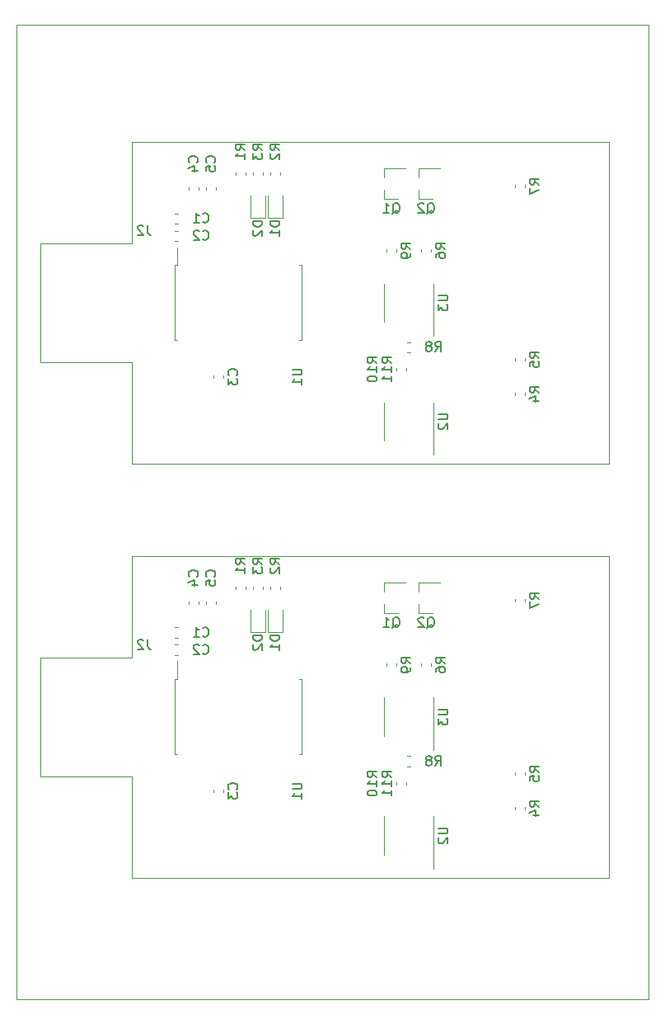
<source format=gbr>
G04 #@! TF.GenerationSoftware,KiCad,Pcbnew,(5.1.5)-3*
G04 #@! TF.CreationDate,2022-04-02T01:18:13+03:00*
G04 #@! TF.ProjectId,USB-UART_PANEL,5553422d-5541-4525-945f-50414e454c2e,rev?*
G04 #@! TF.SameCoordinates,Original*
G04 #@! TF.FileFunction,Legend,Bot*
G04 #@! TF.FilePolarity,Positive*
%FSLAX46Y46*%
G04 Gerber Fmt 4.6, Leading zero omitted, Abs format (unit mm)*
G04 Created by KiCad (PCBNEW (5.1.5)-3) date 2022-04-02 01:18:13*
%MOMM*%
%LPD*%
G04 APERTURE LIST*
%ADD10C,0.050000*%
%ADD11C,0.120000*%
%ADD12C,0.150000*%
G04 APERTURE END LIST*
D10*
X0Y100000000D02*
X0Y0D01*
X65000000Y100000000D02*
X0Y100000000D01*
X65000000Y0D02*
X65000000Y100000000D01*
X0Y0D02*
X65000000Y0D01*
X2500000Y22914000D02*
X2500000Y35106000D01*
X11898000Y22914000D02*
X2500000Y22914000D01*
X11898000Y12500000D02*
X11898000Y22914000D01*
X60920000Y12500000D02*
X11898000Y12500000D01*
X60920000Y45520000D02*
X60920000Y12500000D01*
X11898000Y45520000D02*
X60920000Y45520000D01*
X11898000Y35106000D02*
X11898000Y45520000D01*
X2500000Y35106000D02*
X11898000Y35106000D01*
X2500000Y65414000D02*
X2500000Y77606000D01*
X11898000Y65414000D02*
X2500000Y65414000D01*
X11898000Y55000000D02*
X11898000Y65414000D01*
X60920000Y55000000D02*
X11898000Y55000000D01*
X60920000Y88020000D02*
X60920000Y55000000D01*
X11898000Y88020000D02*
X60920000Y88020000D01*
X11898000Y77606000D02*
X11898000Y88020000D01*
X2500000Y77606000D02*
X11898000Y77606000D01*
D11*
X40094000Y22314779D02*
X40094000Y21989221D01*
X39074000Y22314779D02*
X39074000Y21989221D01*
X38570000Y22314779D02*
X38570000Y21989221D01*
X37550000Y22314779D02*
X37550000Y21989221D01*
X25362000Y42380779D02*
X25362000Y42055221D01*
X24342000Y42380779D02*
X24342000Y42055221D01*
X27140000Y42380779D02*
X27140000Y42055221D01*
X26120000Y42380779D02*
X26120000Y42055221D01*
X24117000Y37685000D02*
X24117000Y39970000D01*
X25587000Y37685000D02*
X24117000Y37685000D01*
X25587000Y39970000D02*
X25587000Y37685000D01*
X25895000Y37685000D02*
X25895000Y39970000D01*
X27365000Y37685000D02*
X25895000Y37685000D01*
X27365000Y39970000D02*
X27365000Y37685000D01*
X42906000Y29010000D02*
X42906000Y25560000D01*
X42906000Y29010000D02*
X42906000Y30960000D01*
X37786000Y29010000D02*
X37786000Y27060000D01*
X37786000Y29010000D02*
X37786000Y30960000D01*
X42906000Y16818000D02*
X42906000Y13368000D01*
X42906000Y16818000D02*
X42906000Y18768000D01*
X37786000Y16818000D02*
X37786000Y14868000D01*
X37786000Y16818000D02*
X37786000Y18768000D01*
X16545000Y32870000D02*
X16545000Y34685000D01*
X16310000Y32870000D02*
X16545000Y32870000D01*
X16310000Y29010000D02*
X16310000Y32870000D01*
X16310000Y25150000D02*
X16545000Y25150000D01*
X16310000Y29010000D02*
X16310000Y25150000D01*
X29330000Y32870000D02*
X29095000Y32870000D01*
X29330000Y29010000D02*
X29330000Y32870000D01*
X29330000Y25150000D02*
X29095000Y25150000D01*
X29330000Y29010000D02*
X29330000Y25150000D01*
X39078000Y34506779D02*
X39078000Y34181221D01*
X38058000Y34506779D02*
X38058000Y34181221D01*
X40508779Y23928000D02*
X40183221Y23928000D01*
X40508779Y24948000D02*
X40183221Y24948000D01*
X51266000Y40785221D02*
X51266000Y41110779D01*
X52286000Y40785221D02*
X52286000Y41110779D01*
X42634000Y34506779D02*
X42634000Y34181221D01*
X41614000Y34506779D02*
X41614000Y34181221D01*
X51266000Y23005221D02*
X51266000Y23330779D01*
X52286000Y23005221D02*
X52286000Y23330779D01*
X52286000Y19774779D02*
X52286000Y19449221D01*
X51266000Y19774779D02*
X51266000Y19449221D01*
X23584000Y42380779D02*
X23584000Y42055221D01*
X22564000Y42380779D02*
X22564000Y42055221D01*
X41364000Y39622000D02*
X42824000Y39622000D01*
X41364000Y42782000D02*
X43524000Y42782000D01*
X41364000Y42782000D02*
X41364000Y41852000D01*
X41364000Y39622000D02*
X41364000Y40552000D01*
X37808000Y39622000D02*
X39268000Y39622000D01*
X37808000Y42782000D02*
X39968000Y42782000D01*
X37808000Y42782000D02*
X37808000Y41852000D01*
X37808000Y39622000D02*
X37808000Y40552000D01*
X19516000Y40531221D02*
X19516000Y40856779D01*
X20536000Y40531221D02*
X20536000Y40856779D01*
X17738000Y40531221D02*
X17738000Y40856779D01*
X18758000Y40531221D02*
X18758000Y40856779D01*
X21298000Y21552779D02*
X21298000Y21227221D01*
X20278000Y21552779D02*
X20278000Y21227221D01*
X16307221Y36378000D02*
X16632779Y36378000D01*
X16307221Y35358000D02*
X16632779Y35358000D01*
X16307221Y38156000D02*
X16632779Y38156000D01*
X16307221Y37136000D02*
X16632779Y37136000D01*
X40094000Y64814779D02*
X40094000Y64489221D01*
X39074000Y64814779D02*
X39074000Y64489221D01*
X38570000Y64814779D02*
X38570000Y64489221D01*
X37550000Y64814779D02*
X37550000Y64489221D01*
X25362000Y84880779D02*
X25362000Y84555221D01*
X24342000Y84880779D02*
X24342000Y84555221D01*
X27140000Y84880779D02*
X27140000Y84555221D01*
X26120000Y84880779D02*
X26120000Y84555221D01*
X24117000Y80185000D02*
X24117000Y82470000D01*
X25587000Y80185000D02*
X24117000Y80185000D01*
X25587000Y82470000D02*
X25587000Y80185000D01*
X25895000Y80185000D02*
X25895000Y82470000D01*
X27365000Y80185000D02*
X25895000Y80185000D01*
X27365000Y82470000D02*
X27365000Y80185000D01*
X42906000Y71510000D02*
X42906000Y68060000D01*
X42906000Y71510000D02*
X42906000Y73460000D01*
X37786000Y71510000D02*
X37786000Y69560000D01*
X37786000Y71510000D02*
X37786000Y73460000D01*
X42906000Y59318000D02*
X42906000Y55868000D01*
X42906000Y59318000D02*
X42906000Y61268000D01*
X37786000Y59318000D02*
X37786000Y57368000D01*
X37786000Y59318000D02*
X37786000Y61268000D01*
X16545000Y75370000D02*
X16545000Y77185000D01*
X16310000Y75370000D02*
X16545000Y75370000D01*
X16310000Y71510000D02*
X16310000Y75370000D01*
X16310000Y67650000D02*
X16545000Y67650000D01*
X16310000Y71510000D02*
X16310000Y67650000D01*
X29330000Y75370000D02*
X29095000Y75370000D01*
X29330000Y71510000D02*
X29330000Y75370000D01*
X29330000Y67650000D02*
X29095000Y67650000D01*
X29330000Y71510000D02*
X29330000Y67650000D01*
X39078000Y77006779D02*
X39078000Y76681221D01*
X38058000Y77006779D02*
X38058000Y76681221D01*
X40508779Y66428000D02*
X40183221Y66428000D01*
X40508779Y67448000D02*
X40183221Y67448000D01*
X51266000Y83285221D02*
X51266000Y83610779D01*
X52286000Y83285221D02*
X52286000Y83610779D01*
X42634000Y77006779D02*
X42634000Y76681221D01*
X41614000Y77006779D02*
X41614000Y76681221D01*
X51266000Y65505221D02*
X51266000Y65830779D01*
X52286000Y65505221D02*
X52286000Y65830779D01*
X52286000Y62274779D02*
X52286000Y61949221D01*
X51266000Y62274779D02*
X51266000Y61949221D01*
X23584000Y84880779D02*
X23584000Y84555221D01*
X22564000Y84880779D02*
X22564000Y84555221D01*
X41364000Y82122000D02*
X42824000Y82122000D01*
X41364000Y85282000D02*
X43524000Y85282000D01*
X41364000Y85282000D02*
X41364000Y84352000D01*
X41364000Y82122000D02*
X41364000Y83052000D01*
X37808000Y82122000D02*
X39268000Y82122000D01*
X37808000Y85282000D02*
X39968000Y85282000D01*
X37808000Y85282000D02*
X37808000Y84352000D01*
X37808000Y82122000D02*
X37808000Y83052000D01*
X19516000Y83031221D02*
X19516000Y83356779D01*
X20536000Y83031221D02*
X20536000Y83356779D01*
X17738000Y83031221D02*
X17738000Y83356779D01*
X18758000Y83031221D02*
X18758000Y83356779D01*
X21298000Y64052779D02*
X21298000Y63727221D01*
X20278000Y64052779D02*
X20278000Y63727221D01*
X16307221Y78878000D02*
X16632779Y78878000D01*
X16307221Y77858000D02*
X16632779Y77858000D01*
X16307221Y80656000D02*
X16632779Y80656000D01*
X16307221Y79636000D02*
X16632779Y79636000D01*
D12*
X38606380Y22794857D02*
X38130190Y23128190D01*
X38606380Y23366285D02*
X37606380Y23366285D01*
X37606380Y22985333D01*
X37654000Y22890095D01*
X37701619Y22842476D01*
X37796857Y22794857D01*
X37939714Y22794857D01*
X38034952Y22842476D01*
X38082571Y22890095D01*
X38130190Y22985333D01*
X38130190Y23366285D01*
X38606380Y21842476D02*
X38606380Y22413904D01*
X38606380Y22128190D02*
X37606380Y22128190D01*
X37749238Y22223428D01*
X37844476Y22318666D01*
X37892095Y22413904D01*
X38606380Y20890095D02*
X38606380Y21461523D01*
X38606380Y21175809D02*
X37606380Y21175809D01*
X37749238Y21271047D01*
X37844476Y21366285D01*
X37892095Y21461523D01*
X37082380Y22794857D02*
X36606190Y23128190D01*
X37082380Y23366285D02*
X36082380Y23366285D01*
X36082380Y22985333D01*
X36130000Y22890095D01*
X36177619Y22842476D01*
X36272857Y22794857D01*
X36415714Y22794857D01*
X36510952Y22842476D01*
X36558571Y22890095D01*
X36606190Y22985333D01*
X36606190Y23366285D01*
X37082380Y21842476D02*
X37082380Y22413904D01*
X37082380Y22128190D02*
X36082380Y22128190D01*
X36225238Y22223428D01*
X36320476Y22318666D01*
X36368095Y22413904D01*
X36082380Y21223428D02*
X36082380Y21128190D01*
X36130000Y21032952D01*
X36177619Y20985333D01*
X36272857Y20937714D01*
X36463333Y20890095D01*
X36701428Y20890095D01*
X36891904Y20937714D01*
X36987142Y20985333D01*
X37034761Y21032952D01*
X37082380Y21128190D01*
X37082380Y21223428D01*
X37034761Y21318666D01*
X36987142Y21366285D01*
X36891904Y21413904D01*
X36701428Y21461523D01*
X36463333Y21461523D01*
X36272857Y21413904D01*
X36177619Y21366285D01*
X36130000Y21318666D01*
X36082380Y21223428D01*
X13501333Y36923619D02*
X13501333Y36209333D01*
X13548952Y36066476D01*
X13644190Y35971238D01*
X13787047Y35923619D01*
X13882285Y35923619D01*
X13072761Y36828380D02*
X13025142Y36876000D01*
X12929904Y36923619D01*
X12691809Y36923619D01*
X12596571Y36876000D01*
X12548952Y36828380D01*
X12501333Y36733142D01*
X12501333Y36637904D01*
X12548952Y36495047D01*
X13120380Y35923619D01*
X12501333Y35923619D01*
X25304380Y44670666D02*
X24828190Y45004000D01*
X25304380Y45242095D02*
X24304380Y45242095D01*
X24304380Y44861142D01*
X24352000Y44765904D01*
X24399619Y44718285D01*
X24494857Y44670666D01*
X24637714Y44670666D01*
X24732952Y44718285D01*
X24780571Y44765904D01*
X24828190Y44861142D01*
X24828190Y45242095D01*
X24304380Y44337333D02*
X24304380Y43718285D01*
X24685333Y44051619D01*
X24685333Y43908761D01*
X24732952Y43813523D01*
X24780571Y43765904D01*
X24875809Y43718285D01*
X25113904Y43718285D01*
X25209142Y43765904D01*
X25256761Y43813523D01*
X25304380Y43908761D01*
X25304380Y44194476D01*
X25256761Y44289714D01*
X25209142Y44337333D01*
X27082380Y44670666D02*
X26606190Y45004000D01*
X27082380Y45242095D02*
X26082380Y45242095D01*
X26082380Y44861142D01*
X26130000Y44765904D01*
X26177619Y44718285D01*
X26272857Y44670666D01*
X26415714Y44670666D01*
X26510952Y44718285D01*
X26558571Y44765904D01*
X26606190Y44861142D01*
X26606190Y45242095D01*
X26177619Y44289714D02*
X26130000Y44242095D01*
X26082380Y44146857D01*
X26082380Y43908761D01*
X26130000Y43813523D01*
X26177619Y43765904D01*
X26272857Y43718285D01*
X26368095Y43718285D01*
X26510952Y43765904D01*
X27082380Y44337333D01*
X27082380Y43718285D01*
X25304380Y37368095D02*
X24304380Y37368095D01*
X24304380Y37130000D01*
X24352000Y36987142D01*
X24447238Y36891904D01*
X24542476Y36844285D01*
X24732952Y36796666D01*
X24875809Y36796666D01*
X25066285Y36844285D01*
X25161523Y36891904D01*
X25256761Y36987142D01*
X25304380Y37130000D01*
X25304380Y37368095D01*
X24399619Y36415714D02*
X24352000Y36368095D01*
X24304380Y36272857D01*
X24304380Y36034761D01*
X24352000Y35939523D01*
X24399619Y35891904D01*
X24494857Y35844285D01*
X24590095Y35844285D01*
X24732952Y35891904D01*
X25304380Y36463333D01*
X25304380Y35844285D01*
X27082380Y37368095D02*
X26082380Y37368095D01*
X26082380Y37130000D01*
X26130000Y36987142D01*
X26225238Y36891904D01*
X26320476Y36844285D01*
X26510952Y36796666D01*
X26653809Y36796666D01*
X26844285Y36844285D01*
X26939523Y36891904D01*
X27034761Y36987142D01*
X27082380Y37130000D01*
X27082380Y37368095D01*
X27082380Y35844285D02*
X27082380Y36415714D01*
X27082380Y36130000D02*
X26082380Y36130000D01*
X26225238Y36225238D01*
X26320476Y36320476D01*
X26368095Y36415714D01*
X43354380Y29771904D02*
X44163904Y29771904D01*
X44259142Y29724285D01*
X44306761Y29676666D01*
X44354380Y29581428D01*
X44354380Y29390952D01*
X44306761Y29295714D01*
X44259142Y29248095D01*
X44163904Y29200476D01*
X43354380Y29200476D01*
X43354380Y28819523D02*
X43354380Y28200476D01*
X43735333Y28533809D01*
X43735333Y28390952D01*
X43782952Y28295714D01*
X43830571Y28248095D01*
X43925809Y28200476D01*
X44163904Y28200476D01*
X44259142Y28248095D01*
X44306761Y28295714D01*
X44354380Y28390952D01*
X44354380Y28676666D01*
X44306761Y28771904D01*
X44259142Y28819523D01*
X43354380Y17579904D02*
X44163904Y17579904D01*
X44259142Y17532285D01*
X44306761Y17484666D01*
X44354380Y17389428D01*
X44354380Y17198952D01*
X44306761Y17103714D01*
X44259142Y17056095D01*
X44163904Y17008476D01*
X43354380Y17008476D01*
X43449619Y16579904D02*
X43402000Y16532285D01*
X43354380Y16437047D01*
X43354380Y16198952D01*
X43402000Y16103714D01*
X43449619Y16056095D01*
X43544857Y16008476D01*
X43640095Y16008476D01*
X43782952Y16056095D01*
X44354380Y16627523D01*
X44354380Y16008476D01*
X28368380Y22151904D02*
X29177904Y22151904D01*
X29273142Y22104285D01*
X29320761Y22056666D01*
X29368380Y21961428D01*
X29368380Y21770952D01*
X29320761Y21675714D01*
X29273142Y21628095D01*
X29177904Y21580476D01*
X28368380Y21580476D01*
X29368380Y20580476D02*
X29368380Y21151904D01*
X29368380Y20866190D02*
X28368380Y20866190D01*
X28511238Y20961428D01*
X28606476Y21056666D01*
X28654095Y21151904D01*
X40544380Y34510666D02*
X40068190Y34844000D01*
X40544380Y35082095D02*
X39544380Y35082095D01*
X39544380Y34701142D01*
X39592000Y34605904D01*
X39639619Y34558285D01*
X39734857Y34510666D01*
X39877714Y34510666D01*
X39972952Y34558285D01*
X40020571Y34605904D01*
X40068190Y34701142D01*
X40068190Y35082095D01*
X40544380Y34034476D02*
X40544380Y33844000D01*
X40496761Y33748761D01*
X40449142Y33701142D01*
X40306285Y33605904D01*
X40115809Y33558285D01*
X39734857Y33558285D01*
X39639619Y33605904D01*
X39592000Y33653523D01*
X39544380Y33748761D01*
X39544380Y33939238D01*
X39592000Y34034476D01*
X39639619Y34082095D01*
X39734857Y34129714D01*
X39972952Y34129714D01*
X40068190Y34082095D01*
X40115809Y34034476D01*
X40163428Y33939238D01*
X40163428Y33748761D01*
X40115809Y33653523D01*
X40068190Y33605904D01*
X39972952Y33558285D01*
X43052666Y23985619D02*
X43386000Y24461809D01*
X43624095Y23985619D02*
X43624095Y24985619D01*
X43243142Y24985619D01*
X43147904Y24938000D01*
X43100285Y24890380D01*
X43052666Y24795142D01*
X43052666Y24652285D01*
X43100285Y24557047D01*
X43147904Y24509428D01*
X43243142Y24461809D01*
X43624095Y24461809D01*
X42481238Y24557047D02*
X42576476Y24604666D01*
X42624095Y24652285D01*
X42671714Y24747523D01*
X42671714Y24795142D01*
X42624095Y24890380D01*
X42576476Y24938000D01*
X42481238Y24985619D01*
X42290761Y24985619D01*
X42195523Y24938000D01*
X42147904Y24890380D01*
X42100285Y24795142D01*
X42100285Y24747523D01*
X42147904Y24652285D01*
X42195523Y24604666D01*
X42290761Y24557047D01*
X42481238Y24557047D01*
X42576476Y24509428D01*
X42624095Y24461809D01*
X42671714Y24366571D01*
X42671714Y24176095D01*
X42624095Y24080857D01*
X42576476Y24033238D01*
X42481238Y23985619D01*
X42290761Y23985619D01*
X42195523Y24033238D01*
X42147904Y24080857D01*
X42100285Y24176095D01*
X42100285Y24366571D01*
X42147904Y24461809D01*
X42195523Y24509428D01*
X42290761Y24557047D01*
X53752380Y41114666D02*
X53276190Y41448000D01*
X53752380Y41686095D02*
X52752380Y41686095D01*
X52752380Y41305142D01*
X52800000Y41209904D01*
X52847619Y41162285D01*
X52942857Y41114666D01*
X53085714Y41114666D01*
X53180952Y41162285D01*
X53228571Y41209904D01*
X53276190Y41305142D01*
X53276190Y41686095D01*
X52752380Y40781333D02*
X52752380Y40114666D01*
X53752380Y40543238D01*
X44100380Y34510666D02*
X43624190Y34844000D01*
X44100380Y35082095D02*
X43100380Y35082095D01*
X43100380Y34701142D01*
X43148000Y34605904D01*
X43195619Y34558285D01*
X43290857Y34510666D01*
X43433714Y34510666D01*
X43528952Y34558285D01*
X43576571Y34605904D01*
X43624190Y34701142D01*
X43624190Y35082095D01*
X43100380Y33653523D02*
X43100380Y33844000D01*
X43148000Y33939238D01*
X43195619Y33986857D01*
X43338476Y34082095D01*
X43528952Y34129714D01*
X43909904Y34129714D01*
X44005142Y34082095D01*
X44052761Y34034476D01*
X44100380Y33939238D01*
X44100380Y33748761D01*
X44052761Y33653523D01*
X44005142Y33605904D01*
X43909904Y33558285D01*
X43671809Y33558285D01*
X43576571Y33605904D01*
X43528952Y33653523D01*
X43481333Y33748761D01*
X43481333Y33939238D01*
X43528952Y34034476D01*
X43576571Y34082095D01*
X43671809Y34129714D01*
X53752380Y23334666D02*
X53276190Y23668000D01*
X53752380Y23906095D02*
X52752380Y23906095D01*
X52752380Y23525142D01*
X52800000Y23429904D01*
X52847619Y23382285D01*
X52942857Y23334666D01*
X53085714Y23334666D01*
X53180952Y23382285D01*
X53228571Y23429904D01*
X53276190Y23525142D01*
X53276190Y23906095D01*
X52752380Y22429904D02*
X52752380Y22906095D01*
X53228571Y22953714D01*
X53180952Y22906095D01*
X53133333Y22810857D01*
X53133333Y22572761D01*
X53180952Y22477523D01*
X53228571Y22429904D01*
X53323809Y22382285D01*
X53561904Y22382285D01*
X53657142Y22429904D01*
X53704761Y22477523D01*
X53752380Y22572761D01*
X53752380Y22810857D01*
X53704761Y22906095D01*
X53657142Y22953714D01*
X53752380Y19778666D02*
X53276190Y20112000D01*
X53752380Y20350095D02*
X52752380Y20350095D01*
X52752380Y19969142D01*
X52800000Y19873904D01*
X52847619Y19826285D01*
X52942857Y19778666D01*
X53085714Y19778666D01*
X53180952Y19826285D01*
X53228571Y19873904D01*
X53276190Y19969142D01*
X53276190Y20350095D01*
X53085714Y18921523D02*
X53752380Y18921523D01*
X52704761Y19159619D02*
X53419047Y19397714D01*
X53419047Y18778666D01*
X23526380Y44670666D02*
X23050190Y45004000D01*
X23526380Y45242095D02*
X22526380Y45242095D01*
X22526380Y44861142D01*
X22574000Y44765904D01*
X22621619Y44718285D01*
X22716857Y44670666D01*
X22859714Y44670666D01*
X22954952Y44718285D01*
X23002571Y44765904D01*
X23050190Y44861142D01*
X23050190Y45242095D01*
X23526380Y43718285D02*
X23526380Y44289714D01*
X23526380Y44004000D02*
X22526380Y44004000D01*
X22669238Y44099238D01*
X22764476Y44194476D01*
X22812095Y44289714D01*
X42219238Y38114380D02*
X42314476Y38162000D01*
X42409714Y38257238D01*
X42552571Y38400095D01*
X42647809Y38447714D01*
X42743047Y38447714D01*
X42695428Y38209619D02*
X42790666Y38257238D01*
X42885904Y38352476D01*
X42933523Y38542952D01*
X42933523Y38876285D01*
X42885904Y39066761D01*
X42790666Y39162000D01*
X42695428Y39209619D01*
X42504952Y39209619D01*
X42409714Y39162000D01*
X42314476Y39066761D01*
X42266857Y38876285D01*
X42266857Y38542952D01*
X42314476Y38352476D01*
X42409714Y38257238D01*
X42504952Y38209619D01*
X42695428Y38209619D01*
X41885904Y39114380D02*
X41838285Y39162000D01*
X41743047Y39209619D01*
X41504952Y39209619D01*
X41409714Y39162000D01*
X41362095Y39114380D01*
X41314476Y39019142D01*
X41314476Y38923904D01*
X41362095Y38781047D01*
X41933523Y38209619D01*
X41314476Y38209619D01*
X38663238Y38114380D02*
X38758476Y38162000D01*
X38853714Y38257238D01*
X38996571Y38400095D01*
X39091809Y38447714D01*
X39187047Y38447714D01*
X39139428Y38209619D02*
X39234666Y38257238D01*
X39329904Y38352476D01*
X39377523Y38542952D01*
X39377523Y38876285D01*
X39329904Y39066761D01*
X39234666Y39162000D01*
X39139428Y39209619D01*
X38948952Y39209619D01*
X38853714Y39162000D01*
X38758476Y39066761D01*
X38710857Y38876285D01*
X38710857Y38542952D01*
X38758476Y38352476D01*
X38853714Y38257238D01*
X38948952Y38209619D01*
X39139428Y38209619D01*
X37758476Y38209619D02*
X38329904Y38209619D01*
X38044190Y38209619D02*
X38044190Y39209619D01*
X38139428Y39066761D01*
X38234666Y38971523D01*
X38329904Y38923904D01*
X20383142Y43400666D02*
X20430761Y43448285D01*
X20478380Y43591142D01*
X20478380Y43686380D01*
X20430761Y43829238D01*
X20335523Y43924476D01*
X20240285Y43972095D01*
X20049809Y44019714D01*
X19906952Y44019714D01*
X19716476Y43972095D01*
X19621238Y43924476D01*
X19526000Y43829238D01*
X19478380Y43686380D01*
X19478380Y43591142D01*
X19526000Y43448285D01*
X19573619Y43400666D01*
X19478380Y42495904D02*
X19478380Y42972095D01*
X19954571Y43019714D01*
X19906952Y42972095D01*
X19859333Y42876857D01*
X19859333Y42638761D01*
X19906952Y42543523D01*
X19954571Y42495904D01*
X20049809Y42448285D01*
X20287904Y42448285D01*
X20383142Y42495904D01*
X20430761Y42543523D01*
X20478380Y42638761D01*
X20478380Y42876857D01*
X20430761Y42972095D01*
X20383142Y43019714D01*
X18605142Y43400666D02*
X18652761Y43448285D01*
X18700380Y43591142D01*
X18700380Y43686380D01*
X18652761Y43829238D01*
X18557523Y43924476D01*
X18462285Y43972095D01*
X18271809Y44019714D01*
X18128952Y44019714D01*
X17938476Y43972095D01*
X17843238Y43924476D01*
X17748000Y43829238D01*
X17700380Y43686380D01*
X17700380Y43591142D01*
X17748000Y43448285D01*
X17795619Y43400666D01*
X18033714Y42543523D02*
X18700380Y42543523D01*
X17652761Y42781619D02*
X18367047Y43019714D01*
X18367047Y42400666D01*
X22669142Y21556666D02*
X22716761Y21604285D01*
X22764380Y21747142D01*
X22764380Y21842380D01*
X22716761Y21985238D01*
X22621523Y22080476D01*
X22526285Y22128095D01*
X22335809Y22175714D01*
X22192952Y22175714D01*
X22002476Y22128095D01*
X21907238Y22080476D01*
X21812000Y21985238D01*
X21764380Y21842380D01*
X21764380Y21747142D01*
X21812000Y21604285D01*
X21859619Y21556666D01*
X21764380Y21223333D02*
X21764380Y20604285D01*
X22145333Y20937619D01*
X22145333Y20794761D01*
X22192952Y20699523D01*
X22240571Y20651904D01*
X22335809Y20604285D01*
X22573904Y20604285D01*
X22669142Y20651904D01*
X22716761Y20699523D01*
X22764380Y20794761D01*
X22764380Y21080476D01*
X22716761Y21175714D01*
X22669142Y21223333D01*
X19176666Y35510857D02*
X19224285Y35463238D01*
X19367142Y35415619D01*
X19462380Y35415619D01*
X19605238Y35463238D01*
X19700476Y35558476D01*
X19748095Y35653714D01*
X19795714Y35844190D01*
X19795714Y35987047D01*
X19748095Y36177523D01*
X19700476Y36272761D01*
X19605238Y36368000D01*
X19462380Y36415619D01*
X19367142Y36415619D01*
X19224285Y36368000D01*
X19176666Y36320380D01*
X18795714Y36320380D02*
X18748095Y36368000D01*
X18652857Y36415619D01*
X18414761Y36415619D01*
X18319523Y36368000D01*
X18271904Y36320380D01*
X18224285Y36225142D01*
X18224285Y36129904D01*
X18271904Y35987047D01*
X18843333Y35415619D01*
X18224285Y35415619D01*
X19176666Y37288857D02*
X19224285Y37241238D01*
X19367142Y37193619D01*
X19462380Y37193619D01*
X19605238Y37241238D01*
X19700476Y37336476D01*
X19748095Y37431714D01*
X19795714Y37622190D01*
X19795714Y37765047D01*
X19748095Y37955523D01*
X19700476Y38050761D01*
X19605238Y38146000D01*
X19462380Y38193619D01*
X19367142Y38193619D01*
X19224285Y38146000D01*
X19176666Y38098380D01*
X18224285Y37193619D02*
X18795714Y37193619D01*
X18510000Y37193619D02*
X18510000Y38193619D01*
X18605238Y38050761D01*
X18700476Y37955523D01*
X18795714Y37907904D01*
X38606380Y65294857D02*
X38130190Y65628190D01*
X38606380Y65866285D02*
X37606380Y65866285D01*
X37606380Y65485333D01*
X37654000Y65390095D01*
X37701619Y65342476D01*
X37796857Y65294857D01*
X37939714Y65294857D01*
X38034952Y65342476D01*
X38082571Y65390095D01*
X38130190Y65485333D01*
X38130190Y65866285D01*
X38606380Y64342476D02*
X38606380Y64913904D01*
X38606380Y64628190D02*
X37606380Y64628190D01*
X37749238Y64723428D01*
X37844476Y64818666D01*
X37892095Y64913904D01*
X38606380Y63390095D02*
X38606380Y63961523D01*
X38606380Y63675809D02*
X37606380Y63675809D01*
X37749238Y63771047D01*
X37844476Y63866285D01*
X37892095Y63961523D01*
X37082380Y65294857D02*
X36606190Y65628190D01*
X37082380Y65866285D02*
X36082380Y65866285D01*
X36082380Y65485333D01*
X36130000Y65390095D01*
X36177619Y65342476D01*
X36272857Y65294857D01*
X36415714Y65294857D01*
X36510952Y65342476D01*
X36558571Y65390095D01*
X36606190Y65485333D01*
X36606190Y65866285D01*
X37082380Y64342476D02*
X37082380Y64913904D01*
X37082380Y64628190D02*
X36082380Y64628190D01*
X36225238Y64723428D01*
X36320476Y64818666D01*
X36368095Y64913904D01*
X36082380Y63723428D02*
X36082380Y63628190D01*
X36130000Y63532952D01*
X36177619Y63485333D01*
X36272857Y63437714D01*
X36463333Y63390095D01*
X36701428Y63390095D01*
X36891904Y63437714D01*
X36987142Y63485333D01*
X37034761Y63532952D01*
X37082380Y63628190D01*
X37082380Y63723428D01*
X37034761Y63818666D01*
X36987142Y63866285D01*
X36891904Y63913904D01*
X36701428Y63961523D01*
X36463333Y63961523D01*
X36272857Y63913904D01*
X36177619Y63866285D01*
X36130000Y63818666D01*
X36082380Y63723428D01*
X13501333Y79423619D02*
X13501333Y78709333D01*
X13548952Y78566476D01*
X13644190Y78471238D01*
X13787047Y78423619D01*
X13882285Y78423619D01*
X13072761Y79328380D02*
X13025142Y79376000D01*
X12929904Y79423619D01*
X12691809Y79423619D01*
X12596571Y79376000D01*
X12548952Y79328380D01*
X12501333Y79233142D01*
X12501333Y79137904D01*
X12548952Y78995047D01*
X13120380Y78423619D01*
X12501333Y78423619D01*
X25304380Y87170666D02*
X24828190Y87504000D01*
X25304380Y87742095D02*
X24304380Y87742095D01*
X24304380Y87361142D01*
X24352000Y87265904D01*
X24399619Y87218285D01*
X24494857Y87170666D01*
X24637714Y87170666D01*
X24732952Y87218285D01*
X24780571Y87265904D01*
X24828190Y87361142D01*
X24828190Y87742095D01*
X24304380Y86837333D02*
X24304380Y86218285D01*
X24685333Y86551619D01*
X24685333Y86408761D01*
X24732952Y86313523D01*
X24780571Y86265904D01*
X24875809Y86218285D01*
X25113904Y86218285D01*
X25209142Y86265904D01*
X25256761Y86313523D01*
X25304380Y86408761D01*
X25304380Y86694476D01*
X25256761Y86789714D01*
X25209142Y86837333D01*
X27082380Y87170666D02*
X26606190Y87504000D01*
X27082380Y87742095D02*
X26082380Y87742095D01*
X26082380Y87361142D01*
X26130000Y87265904D01*
X26177619Y87218285D01*
X26272857Y87170666D01*
X26415714Y87170666D01*
X26510952Y87218285D01*
X26558571Y87265904D01*
X26606190Y87361142D01*
X26606190Y87742095D01*
X26177619Y86789714D02*
X26130000Y86742095D01*
X26082380Y86646857D01*
X26082380Y86408761D01*
X26130000Y86313523D01*
X26177619Y86265904D01*
X26272857Y86218285D01*
X26368095Y86218285D01*
X26510952Y86265904D01*
X27082380Y86837333D01*
X27082380Y86218285D01*
X25304380Y79868095D02*
X24304380Y79868095D01*
X24304380Y79630000D01*
X24352000Y79487142D01*
X24447238Y79391904D01*
X24542476Y79344285D01*
X24732952Y79296666D01*
X24875809Y79296666D01*
X25066285Y79344285D01*
X25161523Y79391904D01*
X25256761Y79487142D01*
X25304380Y79630000D01*
X25304380Y79868095D01*
X24399619Y78915714D02*
X24352000Y78868095D01*
X24304380Y78772857D01*
X24304380Y78534761D01*
X24352000Y78439523D01*
X24399619Y78391904D01*
X24494857Y78344285D01*
X24590095Y78344285D01*
X24732952Y78391904D01*
X25304380Y78963333D01*
X25304380Y78344285D01*
X27082380Y79868095D02*
X26082380Y79868095D01*
X26082380Y79630000D01*
X26130000Y79487142D01*
X26225238Y79391904D01*
X26320476Y79344285D01*
X26510952Y79296666D01*
X26653809Y79296666D01*
X26844285Y79344285D01*
X26939523Y79391904D01*
X27034761Y79487142D01*
X27082380Y79630000D01*
X27082380Y79868095D01*
X27082380Y78344285D02*
X27082380Y78915714D01*
X27082380Y78630000D02*
X26082380Y78630000D01*
X26225238Y78725238D01*
X26320476Y78820476D01*
X26368095Y78915714D01*
X43354380Y72271904D02*
X44163904Y72271904D01*
X44259142Y72224285D01*
X44306761Y72176666D01*
X44354380Y72081428D01*
X44354380Y71890952D01*
X44306761Y71795714D01*
X44259142Y71748095D01*
X44163904Y71700476D01*
X43354380Y71700476D01*
X43354380Y71319523D02*
X43354380Y70700476D01*
X43735333Y71033809D01*
X43735333Y70890952D01*
X43782952Y70795714D01*
X43830571Y70748095D01*
X43925809Y70700476D01*
X44163904Y70700476D01*
X44259142Y70748095D01*
X44306761Y70795714D01*
X44354380Y70890952D01*
X44354380Y71176666D01*
X44306761Y71271904D01*
X44259142Y71319523D01*
X43354380Y60079904D02*
X44163904Y60079904D01*
X44259142Y60032285D01*
X44306761Y59984666D01*
X44354380Y59889428D01*
X44354380Y59698952D01*
X44306761Y59603714D01*
X44259142Y59556095D01*
X44163904Y59508476D01*
X43354380Y59508476D01*
X43449619Y59079904D02*
X43402000Y59032285D01*
X43354380Y58937047D01*
X43354380Y58698952D01*
X43402000Y58603714D01*
X43449619Y58556095D01*
X43544857Y58508476D01*
X43640095Y58508476D01*
X43782952Y58556095D01*
X44354380Y59127523D01*
X44354380Y58508476D01*
X28368380Y64651904D02*
X29177904Y64651904D01*
X29273142Y64604285D01*
X29320761Y64556666D01*
X29368380Y64461428D01*
X29368380Y64270952D01*
X29320761Y64175714D01*
X29273142Y64128095D01*
X29177904Y64080476D01*
X28368380Y64080476D01*
X29368380Y63080476D02*
X29368380Y63651904D01*
X29368380Y63366190D02*
X28368380Y63366190D01*
X28511238Y63461428D01*
X28606476Y63556666D01*
X28654095Y63651904D01*
X40544380Y77010666D02*
X40068190Y77344000D01*
X40544380Y77582095D02*
X39544380Y77582095D01*
X39544380Y77201142D01*
X39592000Y77105904D01*
X39639619Y77058285D01*
X39734857Y77010666D01*
X39877714Y77010666D01*
X39972952Y77058285D01*
X40020571Y77105904D01*
X40068190Y77201142D01*
X40068190Y77582095D01*
X40544380Y76534476D02*
X40544380Y76344000D01*
X40496761Y76248761D01*
X40449142Y76201142D01*
X40306285Y76105904D01*
X40115809Y76058285D01*
X39734857Y76058285D01*
X39639619Y76105904D01*
X39592000Y76153523D01*
X39544380Y76248761D01*
X39544380Y76439238D01*
X39592000Y76534476D01*
X39639619Y76582095D01*
X39734857Y76629714D01*
X39972952Y76629714D01*
X40068190Y76582095D01*
X40115809Y76534476D01*
X40163428Y76439238D01*
X40163428Y76248761D01*
X40115809Y76153523D01*
X40068190Y76105904D01*
X39972952Y76058285D01*
X43052666Y66485619D02*
X43386000Y66961809D01*
X43624095Y66485619D02*
X43624095Y67485619D01*
X43243142Y67485619D01*
X43147904Y67438000D01*
X43100285Y67390380D01*
X43052666Y67295142D01*
X43052666Y67152285D01*
X43100285Y67057047D01*
X43147904Y67009428D01*
X43243142Y66961809D01*
X43624095Y66961809D01*
X42481238Y67057047D02*
X42576476Y67104666D01*
X42624095Y67152285D01*
X42671714Y67247523D01*
X42671714Y67295142D01*
X42624095Y67390380D01*
X42576476Y67438000D01*
X42481238Y67485619D01*
X42290761Y67485619D01*
X42195523Y67438000D01*
X42147904Y67390380D01*
X42100285Y67295142D01*
X42100285Y67247523D01*
X42147904Y67152285D01*
X42195523Y67104666D01*
X42290761Y67057047D01*
X42481238Y67057047D01*
X42576476Y67009428D01*
X42624095Y66961809D01*
X42671714Y66866571D01*
X42671714Y66676095D01*
X42624095Y66580857D01*
X42576476Y66533238D01*
X42481238Y66485619D01*
X42290761Y66485619D01*
X42195523Y66533238D01*
X42147904Y66580857D01*
X42100285Y66676095D01*
X42100285Y66866571D01*
X42147904Y66961809D01*
X42195523Y67009428D01*
X42290761Y67057047D01*
X53752380Y83614666D02*
X53276190Y83948000D01*
X53752380Y84186095D02*
X52752380Y84186095D01*
X52752380Y83805142D01*
X52800000Y83709904D01*
X52847619Y83662285D01*
X52942857Y83614666D01*
X53085714Y83614666D01*
X53180952Y83662285D01*
X53228571Y83709904D01*
X53276190Y83805142D01*
X53276190Y84186095D01*
X52752380Y83281333D02*
X52752380Y82614666D01*
X53752380Y83043238D01*
X44100380Y77010666D02*
X43624190Y77344000D01*
X44100380Y77582095D02*
X43100380Y77582095D01*
X43100380Y77201142D01*
X43148000Y77105904D01*
X43195619Y77058285D01*
X43290857Y77010666D01*
X43433714Y77010666D01*
X43528952Y77058285D01*
X43576571Y77105904D01*
X43624190Y77201142D01*
X43624190Y77582095D01*
X43100380Y76153523D02*
X43100380Y76344000D01*
X43148000Y76439238D01*
X43195619Y76486857D01*
X43338476Y76582095D01*
X43528952Y76629714D01*
X43909904Y76629714D01*
X44005142Y76582095D01*
X44052761Y76534476D01*
X44100380Y76439238D01*
X44100380Y76248761D01*
X44052761Y76153523D01*
X44005142Y76105904D01*
X43909904Y76058285D01*
X43671809Y76058285D01*
X43576571Y76105904D01*
X43528952Y76153523D01*
X43481333Y76248761D01*
X43481333Y76439238D01*
X43528952Y76534476D01*
X43576571Y76582095D01*
X43671809Y76629714D01*
X53752380Y65834666D02*
X53276190Y66168000D01*
X53752380Y66406095D02*
X52752380Y66406095D01*
X52752380Y66025142D01*
X52800000Y65929904D01*
X52847619Y65882285D01*
X52942857Y65834666D01*
X53085714Y65834666D01*
X53180952Y65882285D01*
X53228571Y65929904D01*
X53276190Y66025142D01*
X53276190Y66406095D01*
X52752380Y64929904D02*
X52752380Y65406095D01*
X53228571Y65453714D01*
X53180952Y65406095D01*
X53133333Y65310857D01*
X53133333Y65072761D01*
X53180952Y64977523D01*
X53228571Y64929904D01*
X53323809Y64882285D01*
X53561904Y64882285D01*
X53657142Y64929904D01*
X53704761Y64977523D01*
X53752380Y65072761D01*
X53752380Y65310857D01*
X53704761Y65406095D01*
X53657142Y65453714D01*
X53752380Y62278666D02*
X53276190Y62612000D01*
X53752380Y62850095D02*
X52752380Y62850095D01*
X52752380Y62469142D01*
X52800000Y62373904D01*
X52847619Y62326285D01*
X52942857Y62278666D01*
X53085714Y62278666D01*
X53180952Y62326285D01*
X53228571Y62373904D01*
X53276190Y62469142D01*
X53276190Y62850095D01*
X53085714Y61421523D02*
X53752380Y61421523D01*
X52704761Y61659619D02*
X53419047Y61897714D01*
X53419047Y61278666D01*
X23526380Y87170666D02*
X23050190Y87504000D01*
X23526380Y87742095D02*
X22526380Y87742095D01*
X22526380Y87361142D01*
X22574000Y87265904D01*
X22621619Y87218285D01*
X22716857Y87170666D01*
X22859714Y87170666D01*
X22954952Y87218285D01*
X23002571Y87265904D01*
X23050190Y87361142D01*
X23050190Y87742095D01*
X23526380Y86218285D02*
X23526380Y86789714D01*
X23526380Y86504000D02*
X22526380Y86504000D01*
X22669238Y86599238D01*
X22764476Y86694476D01*
X22812095Y86789714D01*
X42219238Y80614380D02*
X42314476Y80662000D01*
X42409714Y80757238D01*
X42552571Y80900095D01*
X42647809Y80947714D01*
X42743047Y80947714D01*
X42695428Y80709619D02*
X42790666Y80757238D01*
X42885904Y80852476D01*
X42933523Y81042952D01*
X42933523Y81376285D01*
X42885904Y81566761D01*
X42790666Y81662000D01*
X42695428Y81709619D01*
X42504952Y81709619D01*
X42409714Y81662000D01*
X42314476Y81566761D01*
X42266857Y81376285D01*
X42266857Y81042952D01*
X42314476Y80852476D01*
X42409714Y80757238D01*
X42504952Y80709619D01*
X42695428Y80709619D01*
X41885904Y81614380D02*
X41838285Y81662000D01*
X41743047Y81709619D01*
X41504952Y81709619D01*
X41409714Y81662000D01*
X41362095Y81614380D01*
X41314476Y81519142D01*
X41314476Y81423904D01*
X41362095Y81281047D01*
X41933523Y80709619D01*
X41314476Y80709619D01*
X38663238Y80614380D02*
X38758476Y80662000D01*
X38853714Y80757238D01*
X38996571Y80900095D01*
X39091809Y80947714D01*
X39187047Y80947714D01*
X39139428Y80709619D02*
X39234666Y80757238D01*
X39329904Y80852476D01*
X39377523Y81042952D01*
X39377523Y81376285D01*
X39329904Y81566761D01*
X39234666Y81662000D01*
X39139428Y81709619D01*
X38948952Y81709619D01*
X38853714Y81662000D01*
X38758476Y81566761D01*
X38710857Y81376285D01*
X38710857Y81042952D01*
X38758476Y80852476D01*
X38853714Y80757238D01*
X38948952Y80709619D01*
X39139428Y80709619D01*
X37758476Y80709619D02*
X38329904Y80709619D01*
X38044190Y80709619D02*
X38044190Y81709619D01*
X38139428Y81566761D01*
X38234666Y81471523D01*
X38329904Y81423904D01*
X20383142Y85900666D02*
X20430761Y85948285D01*
X20478380Y86091142D01*
X20478380Y86186380D01*
X20430761Y86329238D01*
X20335523Y86424476D01*
X20240285Y86472095D01*
X20049809Y86519714D01*
X19906952Y86519714D01*
X19716476Y86472095D01*
X19621238Y86424476D01*
X19526000Y86329238D01*
X19478380Y86186380D01*
X19478380Y86091142D01*
X19526000Y85948285D01*
X19573619Y85900666D01*
X19478380Y84995904D02*
X19478380Y85472095D01*
X19954571Y85519714D01*
X19906952Y85472095D01*
X19859333Y85376857D01*
X19859333Y85138761D01*
X19906952Y85043523D01*
X19954571Y84995904D01*
X20049809Y84948285D01*
X20287904Y84948285D01*
X20383142Y84995904D01*
X20430761Y85043523D01*
X20478380Y85138761D01*
X20478380Y85376857D01*
X20430761Y85472095D01*
X20383142Y85519714D01*
X18605142Y85900666D02*
X18652761Y85948285D01*
X18700380Y86091142D01*
X18700380Y86186380D01*
X18652761Y86329238D01*
X18557523Y86424476D01*
X18462285Y86472095D01*
X18271809Y86519714D01*
X18128952Y86519714D01*
X17938476Y86472095D01*
X17843238Y86424476D01*
X17748000Y86329238D01*
X17700380Y86186380D01*
X17700380Y86091142D01*
X17748000Y85948285D01*
X17795619Y85900666D01*
X18033714Y85043523D02*
X18700380Y85043523D01*
X17652761Y85281619D02*
X18367047Y85519714D01*
X18367047Y84900666D01*
X22669142Y64056666D02*
X22716761Y64104285D01*
X22764380Y64247142D01*
X22764380Y64342380D01*
X22716761Y64485238D01*
X22621523Y64580476D01*
X22526285Y64628095D01*
X22335809Y64675714D01*
X22192952Y64675714D01*
X22002476Y64628095D01*
X21907238Y64580476D01*
X21812000Y64485238D01*
X21764380Y64342380D01*
X21764380Y64247142D01*
X21812000Y64104285D01*
X21859619Y64056666D01*
X21764380Y63723333D02*
X21764380Y63104285D01*
X22145333Y63437619D01*
X22145333Y63294761D01*
X22192952Y63199523D01*
X22240571Y63151904D01*
X22335809Y63104285D01*
X22573904Y63104285D01*
X22669142Y63151904D01*
X22716761Y63199523D01*
X22764380Y63294761D01*
X22764380Y63580476D01*
X22716761Y63675714D01*
X22669142Y63723333D01*
X19176666Y78010857D02*
X19224285Y77963238D01*
X19367142Y77915619D01*
X19462380Y77915619D01*
X19605238Y77963238D01*
X19700476Y78058476D01*
X19748095Y78153714D01*
X19795714Y78344190D01*
X19795714Y78487047D01*
X19748095Y78677523D01*
X19700476Y78772761D01*
X19605238Y78868000D01*
X19462380Y78915619D01*
X19367142Y78915619D01*
X19224285Y78868000D01*
X19176666Y78820380D01*
X18795714Y78820380D02*
X18748095Y78868000D01*
X18652857Y78915619D01*
X18414761Y78915619D01*
X18319523Y78868000D01*
X18271904Y78820380D01*
X18224285Y78725142D01*
X18224285Y78629904D01*
X18271904Y78487047D01*
X18843333Y77915619D01*
X18224285Y77915619D01*
X19176666Y79788857D02*
X19224285Y79741238D01*
X19367142Y79693619D01*
X19462380Y79693619D01*
X19605238Y79741238D01*
X19700476Y79836476D01*
X19748095Y79931714D01*
X19795714Y80122190D01*
X19795714Y80265047D01*
X19748095Y80455523D01*
X19700476Y80550761D01*
X19605238Y80646000D01*
X19462380Y80693619D01*
X19367142Y80693619D01*
X19224285Y80646000D01*
X19176666Y80598380D01*
X18224285Y79693619D02*
X18795714Y79693619D01*
X18510000Y79693619D02*
X18510000Y80693619D01*
X18605238Y80550761D01*
X18700476Y80455523D01*
X18795714Y80407904D01*
M02*

</source>
